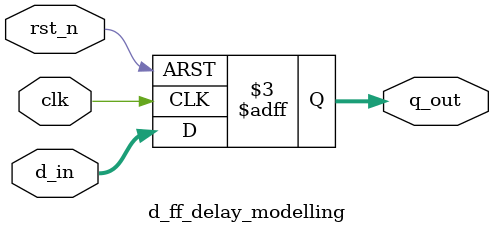
<source format=v>
module d_ff_delay_modelling #
(
    parameter N = 8
)
(
    input clk, rst_n,
    input [N-1:0] d_in,
    output reg [N-1:0] q_out
    );
    
    always @(posedge clk, negedge rst_n)
    begin
        if(~rst_n)
            q_out <= 0;
        else    
            q_out <= d_in;
    end  
    specify
      
       // specparam tr = 3;       // rising edge delay
        // specparam tf = 2;      // falling edge delay
      // specify any one delay at a time
      
        specparam delay = 3;
        //specparam clktoq = 1;
        
       (posedge clk => (q_out+:d_in)) = delay;
        //(clk=>q_out) = clktoq;
    endspecify
    
endmodule

</source>
